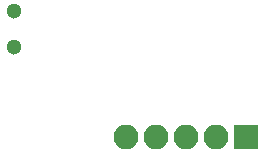
<source format=gbr>
G04 #@! TF.FileFunction,Soldermask,Bot*
%FSLAX46Y46*%
G04 Gerber Fmt 4.6, Leading zero omitted, Abs format (unit mm)*
G04 Created by KiCad (PCBNEW 4.0.7) date Thu May 24 21:41:31 2018*
%MOMM*%
%LPD*%
G01*
G04 APERTURE LIST*
%ADD10C,0.100000*%
%ADD11R,2.100000X2.100000*%
%ADD12O,2.100000X2.100000*%
%ADD13C,1.300000*%
G04 APERTURE END LIST*
D10*
D11*
X153416000Y-131826000D03*
D12*
X150876000Y-131826000D03*
X148336000Y-131826000D03*
X145796000Y-131826000D03*
X143256000Y-131826000D03*
D13*
X133782000Y-121182000D03*
X133782000Y-124182000D03*
M02*

</source>
